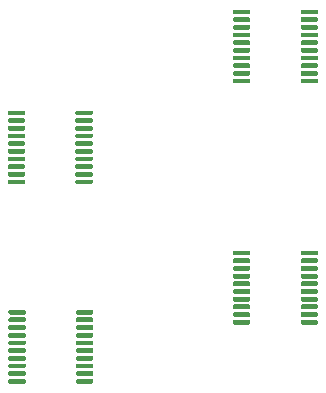
<source format=gtp>
G04 #@! TF.GenerationSoftware,KiCad,Pcbnew,(5.1.8)-1*
G04 #@! TF.CreationDate,2022-03-12T16:36:43-08:00*
G04 #@! TF.ProjectId,MCLZ8_PCB,4d434c5a-385f-4504-9342-2e6b69636164,rev?*
G04 #@! TF.SameCoordinates,Original*
G04 #@! TF.FileFunction,Paste,Top*
G04 #@! TF.FilePolarity,Positive*
%FSLAX46Y46*%
G04 Gerber Fmt 4.6, Leading zero omitted, Abs format (unit mm)*
G04 Created by KiCad (PCBNEW (5.1.8)-1) date 2022-03-12 16:36:43*
%MOMM*%
%LPD*%
G01*
G04 APERTURE LIST*
G04 APERTURE END LIST*
G36*
G01*
X183604880Y-77201280D02*
X183604880Y-77401280D01*
G75*
G02*
X183504880Y-77501280I-100000J0D01*
G01*
X182229880Y-77501280D01*
G75*
G02*
X182129880Y-77401280I0J100000D01*
G01*
X182129880Y-77201280D01*
G75*
G02*
X182229880Y-77101280I100000J0D01*
G01*
X183504880Y-77101280D01*
G75*
G02*
X183604880Y-77201280I0J-100000D01*
G01*
G37*
G36*
G01*
X183604880Y-76551280D02*
X183604880Y-76751280D01*
G75*
G02*
X183504880Y-76851280I-100000J0D01*
G01*
X182229880Y-76851280D01*
G75*
G02*
X182129880Y-76751280I0J100000D01*
G01*
X182129880Y-76551280D01*
G75*
G02*
X182229880Y-76451280I100000J0D01*
G01*
X183504880Y-76451280D01*
G75*
G02*
X183604880Y-76551280I0J-100000D01*
G01*
G37*
G36*
G01*
X183604880Y-75901280D02*
X183604880Y-76101280D01*
G75*
G02*
X183504880Y-76201280I-100000J0D01*
G01*
X182229880Y-76201280D01*
G75*
G02*
X182129880Y-76101280I0J100000D01*
G01*
X182129880Y-75901280D01*
G75*
G02*
X182229880Y-75801280I100000J0D01*
G01*
X183504880Y-75801280D01*
G75*
G02*
X183604880Y-75901280I0J-100000D01*
G01*
G37*
G36*
G01*
X183604880Y-75251280D02*
X183604880Y-75451280D01*
G75*
G02*
X183504880Y-75551280I-100000J0D01*
G01*
X182229880Y-75551280D01*
G75*
G02*
X182129880Y-75451280I0J100000D01*
G01*
X182129880Y-75251280D01*
G75*
G02*
X182229880Y-75151280I100000J0D01*
G01*
X183504880Y-75151280D01*
G75*
G02*
X183604880Y-75251280I0J-100000D01*
G01*
G37*
G36*
G01*
X183604880Y-74601280D02*
X183604880Y-74801280D01*
G75*
G02*
X183504880Y-74901280I-100000J0D01*
G01*
X182229880Y-74901280D01*
G75*
G02*
X182129880Y-74801280I0J100000D01*
G01*
X182129880Y-74601280D01*
G75*
G02*
X182229880Y-74501280I100000J0D01*
G01*
X183504880Y-74501280D01*
G75*
G02*
X183604880Y-74601280I0J-100000D01*
G01*
G37*
G36*
G01*
X183604880Y-73951280D02*
X183604880Y-74151280D01*
G75*
G02*
X183504880Y-74251280I-100000J0D01*
G01*
X182229880Y-74251280D01*
G75*
G02*
X182129880Y-74151280I0J100000D01*
G01*
X182129880Y-73951280D01*
G75*
G02*
X182229880Y-73851280I100000J0D01*
G01*
X183504880Y-73851280D01*
G75*
G02*
X183604880Y-73951280I0J-100000D01*
G01*
G37*
G36*
G01*
X183604880Y-73301280D02*
X183604880Y-73501280D01*
G75*
G02*
X183504880Y-73601280I-100000J0D01*
G01*
X182229880Y-73601280D01*
G75*
G02*
X182129880Y-73501280I0J100000D01*
G01*
X182129880Y-73301280D01*
G75*
G02*
X182229880Y-73201280I100000J0D01*
G01*
X183504880Y-73201280D01*
G75*
G02*
X183604880Y-73301280I0J-100000D01*
G01*
G37*
G36*
G01*
X183604880Y-72651280D02*
X183604880Y-72851280D01*
G75*
G02*
X183504880Y-72951280I-100000J0D01*
G01*
X182229880Y-72951280D01*
G75*
G02*
X182129880Y-72851280I0J100000D01*
G01*
X182129880Y-72651280D01*
G75*
G02*
X182229880Y-72551280I100000J0D01*
G01*
X183504880Y-72551280D01*
G75*
G02*
X183604880Y-72651280I0J-100000D01*
G01*
G37*
G36*
G01*
X183604880Y-72001280D02*
X183604880Y-72201280D01*
G75*
G02*
X183504880Y-72301280I-100000J0D01*
G01*
X182229880Y-72301280D01*
G75*
G02*
X182129880Y-72201280I0J100000D01*
G01*
X182129880Y-72001280D01*
G75*
G02*
X182229880Y-71901280I100000J0D01*
G01*
X183504880Y-71901280D01*
G75*
G02*
X183604880Y-72001280I0J-100000D01*
G01*
G37*
G36*
G01*
X183604880Y-71351280D02*
X183604880Y-71551280D01*
G75*
G02*
X183504880Y-71651280I-100000J0D01*
G01*
X182229880Y-71651280D01*
G75*
G02*
X182129880Y-71551280I0J100000D01*
G01*
X182129880Y-71351280D01*
G75*
G02*
X182229880Y-71251280I100000J0D01*
G01*
X183504880Y-71251280D01*
G75*
G02*
X183604880Y-71351280I0J-100000D01*
G01*
G37*
G36*
G01*
X189329880Y-71351280D02*
X189329880Y-71551280D01*
G75*
G02*
X189229880Y-71651280I-100000J0D01*
G01*
X187954880Y-71651280D01*
G75*
G02*
X187854880Y-71551280I0J100000D01*
G01*
X187854880Y-71351280D01*
G75*
G02*
X187954880Y-71251280I100000J0D01*
G01*
X189229880Y-71251280D01*
G75*
G02*
X189329880Y-71351280I0J-100000D01*
G01*
G37*
G36*
G01*
X189329880Y-72001280D02*
X189329880Y-72201280D01*
G75*
G02*
X189229880Y-72301280I-100000J0D01*
G01*
X187954880Y-72301280D01*
G75*
G02*
X187854880Y-72201280I0J100000D01*
G01*
X187854880Y-72001280D01*
G75*
G02*
X187954880Y-71901280I100000J0D01*
G01*
X189229880Y-71901280D01*
G75*
G02*
X189329880Y-72001280I0J-100000D01*
G01*
G37*
G36*
G01*
X189329880Y-72651280D02*
X189329880Y-72851280D01*
G75*
G02*
X189229880Y-72951280I-100000J0D01*
G01*
X187954880Y-72951280D01*
G75*
G02*
X187854880Y-72851280I0J100000D01*
G01*
X187854880Y-72651280D01*
G75*
G02*
X187954880Y-72551280I100000J0D01*
G01*
X189229880Y-72551280D01*
G75*
G02*
X189329880Y-72651280I0J-100000D01*
G01*
G37*
G36*
G01*
X189329880Y-73301280D02*
X189329880Y-73501280D01*
G75*
G02*
X189229880Y-73601280I-100000J0D01*
G01*
X187954880Y-73601280D01*
G75*
G02*
X187854880Y-73501280I0J100000D01*
G01*
X187854880Y-73301280D01*
G75*
G02*
X187954880Y-73201280I100000J0D01*
G01*
X189229880Y-73201280D01*
G75*
G02*
X189329880Y-73301280I0J-100000D01*
G01*
G37*
G36*
G01*
X189329880Y-73951280D02*
X189329880Y-74151280D01*
G75*
G02*
X189229880Y-74251280I-100000J0D01*
G01*
X187954880Y-74251280D01*
G75*
G02*
X187854880Y-74151280I0J100000D01*
G01*
X187854880Y-73951280D01*
G75*
G02*
X187954880Y-73851280I100000J0D01*
G01*
X189229880Y-73851280D01*
G75*
G02*
X189329880Y-73951280I0J-100000D01*
G01*
G37*
G36*
G01*
X189329880Y-74601280D02*
X189329880Y-74801280D01*
G75*
G02*
X189229880Y-74901280I-100000J0D01*
G01*
X187954880Y-74901280D01*
G75*
G02*
X187854880Y-74801280I0J100000D01*
G01*
X187854880Y-74601280D01*
G75*
G02*
X187954880Y-74501280I100000J0D01*
G01*
X189229880Y-74501280D01*
G75*
G02*
X189329880Y-74601280I0J-100000D01*
G01*
G37*
G36*
G01*
X189329880Y-75251280D02*
X189329880Y-75451280D01*
G75*
G02*
X189229880Y-75551280I-100000J0D01*
G01*
X187954880Y-75551280D01*
G75*
G02*
X187854880Y-75451280I0J100000D01*
G01*
X187854880Y-75251280D01*
G75*
G02*
X187954880Y-75151280I100000J0D01*
G01*
X189229880Y-75151280D01*
G75*
G02*
X189329880Y-75251280I0J-100000D01*
G01*
G37*
G36*
G01*
X189329880Y-75901280D02*
X189329880Y-76101280D01*
G75*
G02*
X189229880Y-76201280I-100000J0D01*
G01*
X187954880Y-76201280D01*
G75*
G02*
X187854880Y-76101280I0J100000D01*
G01*
X187854880Y-75901280D01*
G75*
G02*
X187954880Y-75801280I100000J0D01*
G01*
X189229880Y-75801280D01*
G75*
G02*
X189329880Y-75901280I0J-100000D01*
G01*
G37*
G36*
G01*
X189329880Y-76551280D02*
X189329880Y-76751280D01*
G75*
G02*
X189229880Y-76851280I-100000J0D01*
G01*
X187954880Y-76851280D01*
G75*
G02*
X187854880Y-76751280I0J100000D01*
G01*
X187854880Y-76551280D01*
G75*
G02*
X187954880Y-76451280I100000J0D01*
G01*
X189229880Y-76451280D01*
G75*
G02*
X189329880Y-76551280I0J-100000D01*
G01*
G37*
G36*
G01*
X189329880Y-77201280D02*
X189329880Y-77401280D01*
G75*
G02*
X189229880Y-77501280I-100000J0D01*
G01*
X187954880Y-77501280D01*
G75*
G02*
X187854880Y-77401280I0J100000D01*
G01*
X187854880Y-77201280D01*
G75*
G02*
X187954880Y-77101280I100000J0D01*
G01*
X189229880Y-77101280D01*
G75*
G02*
X189329880Y-77201280I0J-100000D01*
G01*
G37*
G36*
G01*
X183604880Y-97620340D02*
X183604880Y-97820340D01*
G75*
G02*
X183504880Y-97920340I-100000J0D01*
G01*
X182229880Y-97920340D01*
G75*
G02*
X182129880Y-97820340I0J100000D01*
G01*
X182129880Y-97620340D01*
G75*
G02*
X182229880Y-97520340I100000J0D01*
G01*
X183504880Y-97520340D01*
G75*
G02*
X183604880Y-97620340I0J-100000D01*
G01*
G37*
G36*
G01*
X183604880Y-96970340D02*
X183604880Y-97170340D01*
G75*
G02*
X183504880Y-97270340I-100000J0D01*
G01*
X182229880Y-97270340D01*
G75*
G02*
X182129880Y-97170340I0J100000D01*
G01*
X182129880Y-96970340D01*
G75*
G02*
X182229880Y-96870340I100000J0D01*
G01*
X183504880Y-96870340D01*
G75*
G02*
X183604880Y-96970340I0J-100000D01*
G01*
G37*
G36*
G01*
X183604880Y-96320340D02*
X183604880Y-96520340D01*
G75*
G02*
X183504880Y-96620340I-100000J0D01*
G01*
X182229880Y-96620340D01*
G75*
G02*
X182129880Y-96520340I0J100000D01*
G01*
X182129880Y-96320340D01*
G75*
G02*
X182229880Y-96220340I100000J0D01*
G01*
X183504880Y-96220340D01*
G75*
G02*
X183604880Y-96320340I0J-100000D01*
G01*
G37*
G36*
G01*
X183604880Y-95670340D02*
X183604880Y-95870340D01*
G75*
G02*
X183504880Y-95970340I-100000J0D01*
G01*
X182229880Y-95970340D01*
G75*
G02*
X182129880Y-95870340I0J100000D01*
G01*
X182129880Y-95670340D01*
G75*
G02*
X182229880Y-95570340I100000J0D01*
G01*
X183504880Y-95570340D01*
G75*
G02*
X183604880Y-95670340I0J-100000D01*
G01*
G37*
G36*
G01*
X183604880Y-95020340D02*
X183604880Y-95220340D01*
G75*
G02*
X183504880Y-95320340I-100000J0D01*
G01*
X182229880Y-95320340D01*
G75*
G02*
X182129880Y-95220340I0J100000D01*
G01*
X182129880Y-95020340D01*
G75*
G02*
X182229880Y-94920340I100000J0D01*
G01*
X183504880Y-94920340D01*
G75*
G02*
X183604880Y-95020340I0J-100000D01*
G01*
G37*
G36*
G01*
X183604880Y-94370340D02*
X183604880Y-94570340D01*
G75*
G02*
X183504880Y-94670340I-100000J0D01*
G01*
X182229880Y-94670340D01*
G75*
G02*
X182129880Y-94570340I0J100000D01*
G01*
X182129880Y-94370340D01*
G75*
G02*
X182229880Y-94270340I100000J0D01*
G01*
X183504880Y-94270340D01*
G75*
G02*
X183604880Y-94370340I0J-100000D01*
G01*
G37*
G36*
G01*
X183604880Y-93720340D02*
X183604880Y-93920340D01*
G75*
G02*
X183504880Y-94020340I-100000J0D01*
G01*
X182229880Y-94020340D01*
G75*
G02*
X182129880Y-93920340I0J100000D01*
G01*
X182129880Y-93720340D01*
G75*
G02*
X182229880Y-93620340I100000J0D01*
G01*
X183504880Y-93620340D01*
G75*
G02*
X183604880Y-93720340I0J-100000D01*
G01*
G37*
G36*
G01*
X183604880Y-93070340D02*
X183604880Y-93270340D01*
G75*
G02*
X183504880Y-93370340I-100000J0D01*
G01*
X182229880Y-93370340D01*
G75*
G02*
X182129880Y-93270340I0J100000D01*
G01*
X182129880Y-93070340D01*
G75*
G02*
X182229880Y-92970340I100000J0D01*
G01*
X183504880Y-92970340D01*
G75*
G02*
X183604880Y-93070340I0J-100000D01*
G01*
G37*
G36*
G01*
X183604880Y-92420340D02*
X183604880Y-92620340D01*
G75*
G02*
X183504880Y-92720340I-100000J0D01*
G01*
X182229880Y-92720340D01*
G75*
G02*
X182129880Y-92620340I0J100000D01*
G01*
X182129880Y-92420340D01*
G75*
G02*
X182229880Y-92320340I100000J0D01*
G01*
X183504880Y-92320340D01*
G75*
G02*
X183604880Y-92420340I0J-100000D01*
G01*
G37*
G36*
G01*
X183604880Y-91770340D02*
X183604880Y-91970340D01*
G75*
G02*
X183504880Y-92070340I-100000J0D01*
G01*
X182229880Y-92070340D01*
G75*
G02*
X182129880Y-91970340I0J100000D01*
G01*
X182129880Y-91770340D01*
G75*
G02*
X182229880Y-91670340I100000J0D01*
G01*
X183504880Y-91670340D01*
G75*
G02*
X183604880Y-91770340I0J-100000D01*
G01*
G37*
G36*
G01*
X189329880Y-91770340D02*
X189329880Y-91970340D01*
G75*
G02*
X189229880Y-92070340I-100000J0D01*
G01*
X187954880Y-92070340D01*
G75*
G02*
X187854880Y-91970340I0J100000D01*
G01*
X187854880Y-91770340D01*
G75*
G02*
X187954880Y-91670340I100000J0D01*
G01*
X189229880Y-91670340D01*
G75*
G02*
X189329880Y-91770340I0J-100000D01*
G01*
G37*
G36*
G01*
X189329880Y-92420340D02*
X189329880Y-92620340D01*
G75*
G02*
X189229880Y-92720340I-100000J0D01*
G01*
X187954880Y-92720340D01*
G75*
G02*
X187854880Y-92620340I0J100000D01*
G01*
X187854880Y-92420340D01*
G75*
G02*
X187954880Y-92320340I100000J0D01*
G01*
X189229880Y-92320340D01*
G75*
G02*
X189329880Y-92420340I0J-100000D01*
G01*
G37*
G36*
G01*
X189329880Y-93070340D02*
X189329880Y-93270340D01*
G75*
G02*
X189229880Y-93370340I-100000J0D01*
G01*
X187954880Y-93370340D01*
G75*
G02*
X187854880Y-93270340I0J100000D01*
G01*
X187854880Y-93070340D01*
G75*
G02*
X187954880Y-92970340I100000J0D01*
G01*
X189229880Y-92970340D01*
G75*
G02*
X189329880Y-93070340I0J-100000D01*
G01*
G37*
G36*
G01*
X189329880Y-93720340D02*
X189329880Y-93920340D01*
G75*
G02*
X189229880Y-94020340I-100000J0D01*
G01*
X187954880Y-94020340D01*
G75*
G02*
X187854880Y-93920340I0J100000D01*
G01*
X187854880Y-93720340D01*
G75*
G02*
X187954880Y-93620340I100000J0D01*
G01*
X189229880Y-93620340D01*
G75*
G02*
X189329880Y-93720340I0J-100000D01*
G01*
G37*
G36*
G01*
X189329880Y-94370340D02*
X189329880Y-94570340D01*
G75*
G02*
X189229880Y-94670340I-100000J0D01*
G01*
X187954880Y-94670340D01*
G75*
G02*
X187854880Y-94570340I0J100000D01*
G01*
X187854880Y-94370340D01*
G75*
G02*
X187954880Y-94270340I100000J0D01*
G01*
X189229880Y-94270340D01*
G75*
G02*
X189329880Y-94370340I0J-100000D01*
G01*
G37*
G36*
G01*
X189329880Y-95020340D02*
X189329880Y-95220340D01*
G75*
G02*
X189229880Y-95320340I-100000J0D01*
G01*
X187954880Y-95320340D01*
G75*
G02*
X187854880Y-95220340I0J100000D01*
G01*
X187854880Y-95020340D01*
G75*
G02*
X187954880Y-94920340I100000J0D01*
G01*
X189229880Y-94920340D01*
G75*
G02*
X189329880Y-95020340I0J-100000D01*
G01*
G37*
G36*
G01*
X189329880Y-95670340D02*
X189329880Y-95870340D01*
G75*
G02*
X189229880Y-95970340I-100000J0D01*
G01*
X187954880Y-95970340D01*
G75*
G02*
X187854880Y-95870340I0J100000D01*
G01*
X187854880Y-95670340D01*
G75*
G02*
X187954880Y-95570340I100000J0D01*
G01*
X189229880Y-95570340D01*
G75*
G02*
X189329880Y-95670340I0J-100000D01*
G01*
G37*
G36*
G01*
X189329880Y-96320340D02*
X189329880Y-96520340D01*
G75*
G02*
X189229880Y-96620340I-100000J0D01*
G01*
X187954880Y-96620340D01*
G75*
G02*
X187854880Y-96520340I0J100000D01*
G01*
X187854880Y-96320340D01*
G75*
G02*
X187954880Y-96220340I100000J0D01*
G01*
X189229880Y-96220340D01*
G75*
G02*
X189329880Y-96320340I0J-100000D01*
G01*
G37*
G36*
G01*
X189329880Y-96970340D02*
X189329880Y-97170340D01*
G75*
G02*
X189229880Y-97270340I-100000J0D01*
G01*
X187954880Y-97270340D01*
G75*
G02*
X187854880Y-97170340I0J100000D01*
G01*
X187854880Y-96970340D01*
G75*
G02*
X187954880Y-96870340I100000J0D01*
G01*
X189229880Y-96870340D01*
G75*
G02*
X189329880Y-96970340I0J-100000D01*
G01*
G37*
G36*
G01*
X189329880Y-97620340D02*
X189329880Y-97820340D01*
G75*
G02*
X189229880Y-97920340I-100000J0D01*
G01*
X187954880Y-97920340D01*
G75*
G02*
X187854880Y-97820340I0J100000D01*
G01*
X187854880Y-97620340D01*
G75*
G02*
X187954880Y-97520340I100000J0D01*
G01*
X189229880Y-97520340D01*
G75*
G02*
X189329880Y-97620340I0J-100000D01*
G01*
G37*
G36*
G01*
X168845520Y-96971600D02*
X168845520Y-96771600D01*
G75*
G02*
X168945520Y-96671600I100000J0D01*
G01*
X170220520Y-96671600D01*
G75*
G02*
X170320520Y-96771600I0J-100000D01*
G01*
X170320520Y-96971600D01*
G75*
G02*
X170220520Y-97071600I-100000J0D01*
G01*
X168945520Y-97071600D01*
G75*
G02*
X168845520Y-96971600I0J100000D01*
G01*
G37*
G36*
G01*
X168845520Y-97621600D02*
X168845520Y-97421600D01*
G75*
G02*
X168945520Y-97321600I100000J0D01*
G01*
X170220520Y-97321600D01*
G75*
G02*
X170320520Y-97421600I0J-100000D01*
G01*
X170320520Y-97621600D01*
G75*
G02*
X170220520Y-97721600I-100000J0D01*
G01*
X168945520Y-97721600D01*
G75*
G02*
X168845520Y-97621600I0J100000D01*
G01*
G37*
G36*
G01*
X168845520Y-98271600D02*
X168845520Y-98071600D01*
G75*
G02*
X168945520Y-97971600I100000J0D01*
G01*
X170220520Y-97971600D01*
G75*
G02*
X170320520Y-98071600I0J-100000D01*
G01*
X170320520Y-98271600D01*
G75*
G02*
X170220520Y-98371600I-100000J0D01*
G01*
X168945520Y-98371600D01*
G75*
G02*
X168845520Y-98271600I0J100000D01*
G01*
G37*
G36*
G01*
X168845520Y-98921600D02*
X168845520Y-98721600D01*
G75*
G02*
X168945520Y-98621600I100000J0D01*
G01*
X170220520Y-98621600D01*
G75*
G02*
X170320520Y-98721600I0J-100000D01*
G01*
X170320520Y-98921600D01*
G75*
G02*
X170220520Y-99021600I-100000J0D01*
G01*
X168945520Y-99021600D01*
G75*
G02*
X168845520Y-98921600I0J100000D01*
G01*
G37*
G36*
G01*
X168845520Y-99571600D02*
X168845520Y-99371600D01*
G75*
G02*
X168945520Y-99271600I100000J0D01*
G01*
X170220520Y-99271600D01*
G75*
G02*
X170320520Y-99371600I0J-100000D01*
G01*
X170320520Y-99571600D01*
G75*
G02*
X170220520Y-99671600I-100000J0D01*
G01*
X168945520Y-99671600D01*
G75*
G02*
X168845520Y-99571600I0J100000D01*
G01*
G37*
G36*
G01*
X168845520Y-100221600D02*
X168845520Y-100021600D01*
G75*
G02*
X168945520Y-99921600I100000J0D01*
G01*
X170220520Y-99921600D01*
G75*
G02*
X170320520Y-100021600I0J-100000D01*
G01*
X170320520Y-100221600D01*
G75*
G02*
X170220520Y-100321600I-100000J0D01*
G01*
X168945520Y-100321600D01*
G75*
G02*
X168845520Y-100221600I0J100000D01*
G01*
G37*
G36*
G01*
X168845520Y-100871600D02*
X168845520Y-100671600D01*
G75*
G02*
X168945520Y-100571600I100000J0D01*
G01*
X170220520Y-100571600D01*
G75*
G02*
X170320520Y-100671600I0J-100000D01*
G01*
X170320520Y-100871600D01*
G75*
G02*
X170220520Y-100971600I-100000J0D01*
G01*
X168945520Y-100971600D01*
G75*
G02*
X168845520Y-100871600I0J100000D01*
G01*
G37*
G36*
G01*
X168845520Y-101521600D02*
X168845520Y-101321600D01*
G75*
G02*
X168945520Y-101221600I100000J0D01*
G01*
X170220520Y-101221600D01*
G75*
G02*
X170320520Y-101321600I0J-100000D01*
G01*
X170320520Y-101521600D01*
G75*
G02*
X170220520Y-101621600I-100000J0D01*
G01*
X168945520Y-101621600D01*
G75*
G02*
X168845520Y-101521600I0J100000D01*
G01*
G37*
G36*
G01*
X168845520Y-102171600D02*
X168845520Y-101971600D01*
G75*
G02*
X168945520Y-101871600I100000J0D01*
G01*
X170220520Y-101871600D01*
G75*
G02*
X170320520Y-101971600I0J-100000D01*
G01*
X170320520Y-102171600D01*
G75*
G02*
X170220520Y-102271600I-100000J0D01*
G01*
X168945520Y-102271600D01*
G75*
G02*
X168845520Y-102171600I0J100000D01*
G01*
G37*
G36*
G01*
X168845520Y-102821600D02*
X168845520Y-102621600D01*
G75*
G02*
X168945520Y-102521600I100000J0D01*
G01*
X170220520Y-102521600D01*
G75*
G02*
X170320520Y-102621600I0J-100000D01*
G01*
X170320520Y-102821600D01*
G75*
G02*
X170220520Y-102921600I-100000J0D01*
G01*
X168945520Y-102921600D01*
G75*
G02*
X168845520Y-102821600I0J100000D01*
G01*
G37*
G36*
G01*
X163120520Y-102821600D02*
X163120520Y-102621600D01*
G75*
G02*
X163220520Y-102521600I100000J0D01*
G01*
X164495520Y-102521600D01*
G75*
G02*
X164595520Y-102621600I0J-100000D01*
G01*
X164595520Y-102821600D01*
G75*
G02*
X164495520Y-102921600I-100000J0D01*
G01*
X163220520Y-102921600D01*
G75*
G02*
X163120520Y-102821600I0J100000D01*
G01*
G37*
G36*
G01*
X163120520Y-102171600D02*
X163120520Y-101971600D01*
G75*
G02*
X163220520Y-101871600I100000J0D01*
G01*
X164495520Y-101871600D01*
G75*
G02*
X164595520Y-101971600I0J-100000D01*
G01*
X164595520Y-102171600D01*
G75*
G02*
X164495520Y-102271600I-100000J0D01*
G01*
X163220520Y-102271600D01*
G75*
G02*
X163120520Y-102171600I0J100000D01*
G01*
G37*
G36*
G01*
X163120520Y-101521600D02*
X163120520Y-101321600D01*
G75*
G02*
X163220520Y-101221600I100000J0D01*
G01*
X164495520Y-101221600D01*
G75*
G02*
X164595520Y-101321600I0J-100000D01*
G01*
X164595520Y-101521600D01*
G75*
G02*
X164495520Y-101621600I-100000J0D01*
G01*
X163220520Y-101621600D01*
G75*
G02*
X163120520Y-101521600I0J100000D01*
G01*
G37*
G36*
G01*
X163120520Y-100871600D02*
X163120520Y-100671600D01*
G75*
G02*
X163220520Y-100571600I100000J0D01*
G01*
X164495520Y-100571600D01*
G75*
G02*
X164595520Y-100671600I0J-100000D01*
G01*
X164595520Y-100871600D01*
G75*
G02*
X164495520Y-100971600I-100000J0D01*
G01*
X163220520Y-100971600D01*
G75*
G02*
X163120520Y-100871600I0J100000D01*
G01*
G37*
G36*
G01*
X163120520Y-100221600D02*
X163120520Y-100021600D01*
G75*
G02*
X163220520Y-99921600I100000J0D01*
G01*
X164495520Y-99921600D01*
G75*
G02*
X164595520Y-100021600I0J-100000D01*
G01*
X164595520Y-100221600D01*
G75*
G02*
X164495520Y-100321600I-100000J0D01*
G01*
X163220520Y-100321600D01*
G75*
G02*
X163120520Y-100221600I0J100000D01*
G01*
G37*
G36*
G01*
X163120520Y-99571600D02*
X163120520Y-99371600D01*
G75*
G02*
X163220520Y-99271600I100000J0D01*
G01*
X164495520Y-99271600D01*
G75*
G02*
X164595520Y-99371600I0J-100000D01*
G01*
X164595520Y-99571600D01*
G75*
G02*
X164495520Y-99671600I-100000J0D01*
G01*
X163220520Y-99671600D01*
G75*
G02*
X163120520Y-99571600I0J100000D01*
G01*
G37*
G36*
G01*
X163120520Y-98921600D02*
X163120520Y-98721600D01*
G75*
G02*
X163220520Y-98621600I100000J0D01*
G01*
X164495520Y-98621600D01*
G75*
G02*
X164595520Y-98721600I0J-100000D01*
G01*
X164595520Y-98921600D01*
G75*
G02*
X164495520Y-99021600I-100000J0D01*
G01*
X163220520Y-99021600D01*
G75*
G02*
X163120520Y-98921600I0J100000D01*
G01*
G37*
G36*
G01*
X163120520Y-98271600D02*
X163120520Y-98071600D01*
G75*
G02*
X163220520Y-97971600I100000J0D01*
G01*
X164495520Y-97971600D01*
G75*
G02*
X164595520Y-98071600I0J-100000D01*
G01*
X164595520Y-98271600D01*
G75*
G02*
X164495520Y-98371600I-100000J0D01*
G01*
X163220520Y-98371600D01*
G75*
G02*
X163120520Y-98271600I0J100000D01*
G01*
G37*
G36*
G01*
X163120520Y-97621600D02*
X163120520Y-97421600D01*
G75*
G02*
X163220520Y-97321600I100000J0D01*
G01*
X164495520Y-97321600D01*
G75*
G02*
X164595520Y-97421600I0J-100000D01*
G01*
X164595520Y-97621600D01*
G75*
G02*
X164495520Y-97721600I-100000J0D01*
G01*
X163220520Y-97721600D01*
G75*
G02*
X163120520Y-97621600I0J100000D01*
G01*
G37*
G36*
G01*
X163120520Y-96971600D02*
X163120520Y-96771600D01*
G75*
G02*
X163220520Y-96671600I100000J0D01*
G01*
X164495520Y-96671600D01*
G75*
G02*
X164595520Y-96771600I0J-100000D01*
G01*
X164595520Y-96971600D01*
G75*
G02*
X164495520Y-97071600I-100000J0D01*
G01*
X163220520Y-97071600D01*
G75*
G02*
X163120520Y-96971600I0J100000D01*
G01*
G37*
G36*
G01*
X168792180Y-80095840D02*
X168792180Y-79895840D01*
G75*
G02*
X168892180Y-79795840I100000J0D01*
G01*
X170167180Y-79795840D01*
G75*
G02*
X170267180Y-79895840I0J-100000D01*
G01*
X170267180Y-80095840D01*
G75*
G02*
X170167180Y-80195840I-100000J0D01*
G01*
X168892180Y-80195840D01*
G75*
G02*
X168792180Y-80095840I0J100000D01*
G01*
G37*
G36*
G01*
X168792180Y-80745840D02*
X168792180Y-80545840D01*
G75*
G02*
X168892180Y-80445840I100000J0D01*
G01*
X170167180Y-80445840D01*
G75*
G02*
X170267180Y-80545840I0J-100000D01*
G01*
X170267180Y-80745840D01*
G75*
G02*
X170167180Y-80845840I-100000J0D01*
G01*
X168892180Y-80845840D01*
G75*
G02*
X168792180Y-80745840I0J100000D01*
G01*
G37*
G36*
G01*
X168792180Y-81395840D02*
X168792180Y-81195840D01*
G75*
G02*
X168892180Y-81095840I100000J0D01*
G01*
X170167180Y-81095840D01*
G75*
G02*
X170267180Y-81195840I0J-100000D01*
G01*
X170267180Y-81395840D01*
G75*
G02*
X170167180Y-81495840I-100000J0D01*
G01*
X168892180Y-81495840D01*
G75*
G02*
X168792180Y-81395840I0J100000D01*
G01*
G37*
G36*
G01*
X168792180Y-82045840D02*
X168792180Y-81845840D01*
G75*
G02*
X168892180Y-81745840I100000J0D01*
G01*
X170167180Y-81745840D01*
G75*
G02*
X170267180Y-81845840I0J-100000D01*
G01*
X170267180Y-82045840D01*
G75*
G02*
X170167180Y-82145840I-100000J0D01*
G01*
X168892180Y-82145840D01*
G75*
G02*
X168792180Y-82045840I0J100000D01*
G01*
G37*
G36*
G01*
X168792180Y-82695840D02*
X168792180Y-82495840D01*
G75*
G02*
X168892180Y-82395840I100000J0D01*
G01*
X170167180Y-82395840D01*
G75*
G02*
X170267180Y-82495840I0J-100000D01*
G01*
X170267180Y-82695840D01*
G75*
G02*
X170167180Y-82795840I-100000J0D01*
G01*
X168892180Y-82795840D01*
G75*
G02*
X168792180Y-82695840I0J100000D01*
G01*
G37*
G36*
G01*
X168792180Y-83345840D02*
X168792180Y-83145840D01*
G75*
G02*
X168892180Y-83045840I100000J0D01*
G01*
X170167180Y-83045840D01*
G75*
G02*
X170267180Y-83145840I0J-100000D01*
G01*
X170267180Y-83345840D01*
G75*
G02*
X170167180Y-83445840I-100000J0D01*
G01*
X168892180Y-83445840D01*
G75*
G02*
X168792180Y-83345840I0J100000D01*
G01*
G37*
G36*
G01*
X168792180Y-83995840D02*
X168792180Y-83795840D01*
G75*
G02*
X168892180Y-83695840I100000J0D01*
G01*
X170167180Y-83695840D01*
G75*
G02*
X170267180Y-83795840I0J-100000D01*
G01*
X170267180Y-83995840D01*
G75*
G02*
X170167180Y-84095840I-100000J0D01*
G01*
X168892180Y-84095840D01*
G75*
G02*
X168792180Y-83995840I0J100000D01*
G01*
G37*
G36*
G01*
X168792180Y-84645840D02*
X168792180Y-84445840D01*
G75*
G02*
X168892180Y-84345840I100000J0D01*
G01*
X170167180Y-84345840D01*
G75*
G02*
X170267180Y-84445840I0J-100000D01*
G01*
X170267180Y-84645840D01*
G75*
G02*
X170167180Y-84745840I-100000J0D01*
G01*
X168892180Y-84745840D01*
G75*
G02*
X168792180Y-84645840I0J100000D01*
G01*
G37*
G36*
G01*
X168792180Y-85295840D02*
X168792180Y-85095840D01*
G75*
G02*
X168892180Y-84995840I100000J0D01*
G01*
X170167180Y-84995840D01*
G75*
G02*
X170267180Y-85095840I0J-100000D01*
G01*
X170267180Y-85295840D01*
G75*
G02*
X170167180Y-85395840I-100000J0D01*
G01*
X168892180Y-85395840D01*
G75*
G02*
X168792180Y-85295840I0J100000D01*
G01*
G37*
G36*
G01*
X168792180Y-85945840D02*
X168792180Y-85745840D01*
G75*
G02*
X168892180Y-85645840I100000J0D01*
G01*
X170167180Y-85645840D01*
G75*
G02*
X170267180Y-85745840I0J-100000D01*
G01*
X170267180Y-85945840D01*
G75*
G02*
X170167180Y-86045840I-100000J0D01*
G01*
X168892180Y-86045840D01*
G75*
G02*
X168792180Y-85945840I0J100000D01*
G01*
G37*
G36*
G01*
X163067180Y-85945840D02*
X163067180Y-85745840D01*
G75*
G02*
X163167180Y-85645840I100000J0D01*
G01*
X164442180Y-85645840D01*
G75*
G02*
X164542180Y-85745840I0J-100000D01*
G01*
X164542180Y-85945840D01*
G75*
G02*
X164442180Y-86045840I-100000J0D01*
G01*
X163167180Y-86045840D01*
G75*
G02*
X163067180Y-85945840I0J100000D01*
G01*
G37*
G36*
G01*
X163067180Y-85295840D02*
X163067180Y-85095840D01*
G75*
G02*
X163167180Y-84995840I100000J0D01*
G01*
X164442180Y-84995840D01*
G75*
G02*
X164542180Y-85095840I0J-100000D01*
G01*
X164542180Y-85295840D01*
G75*
G02*
X164442180Y-85395840I-100000J0D01*
G01*
X163167180Y-85395840D01*
G75*
G02*
X163067180Y-85295840I0J100000D01*
G01*
G37*
G36*
G01*
X163067180Y-84645840D02*
X163067180Y-84445840D01*
G75*
G02*
X163167180Y-84345840I100000J0D01*
G01*
X164442180Y-84345840D01*
G75*
G02*
X164542180Y-84445840I0J-100000D01*
G01*
X164542180Y-84645840D01*
G75*
G02*
X164442180Y-84745840I-100000J0D01*
G01*
X163167180Y-84745840D01*
G75*
G02*
X163067180Y-84645840I0J100000D01*
G01*
G37*
G36*
G01*
X163067180Y-83995840D02*
X163067180Y-83795840D01*
G75*
G02*
X163167180Y-83695840I100000J0D01*
G01*
X164442180Y-83695840D01*
G75*
G02*
X164542180Y-83795840I0J-100000D01*
G01*
X164542180Y-83995840D01*
G75*
G02*
X164442180Y-84095840I-100000J0D01*
G01*
X163167180Y-84095840D01*
G75*
G02*
X163067180Y-83995840I0J100000D01*
G01*
G37*
G36*
G01*
X163067180Y-83345840D02*
X163067180Y-83145840D01*
G75*
G02*
X163167180Y-83045840I100000J0D01*
G01*
X164442180Y-83045840D01*
G75*
G02*
X164542180Y-83145840I0J-100000D01*
G01*
X164542180Y-83345840D01*
G75*
G02*
X164442180Y-83445840I-100000J0D01*
G01*
X163167180Y-83445840D01*
G75*
G02*
X163067180Y-83345840I0J100000D01*
G01*
G37*
G36*
G01*
X163067180Y-82695840D02*
X163067180Y-82495840D01*
G75*
G02*
X163167180Y-82395840I100000J0D01*
G01*
X164442180Y-82395840D01*
G75*
G02*
X164542180Y-82495840I0J-100000D01*
G01*
X164542180Y-82695840D01*
G75*
G02*
X164442180Y-82795840I-100000J0D01*
G01*
X163167180Y-82795840D01*
G75*
G02*
X163067180Y-82695840I0J100000D01*
G01*
G37*
G36*
G01*
X163067180Y-82045840D02*
X163067180Y-81845840D01*
G75*
G02*
X163167180Y-81745840I100000J0D01*
G01*
X164442180Y-81745840D01*
G75*
G02*
X164542180Y-81845840I0J-100000D01*
G01*
X164542180Y-82045840D01*
G75*
G02*
X164442180Y-82145840I-100000J0D01*
G01*
X163167180Y-82145840D01*
G75*
G02*
X163067180Y-82045840I0J100000D01*
G01*
G37*
G36*
G01*
X163067180Y-81395840D02*
X163067180Y-81195840D01*
G75*
G02*
X163167180Y-81095840I100000J0D01*
G01*
X164442180Y-81095840D01*
G75*
G02*
X164542180Y-81195840I0J-100000D01*
G01*
X164542180Y-81395840D01*
G75*
G02*
X164442180Y-81495840I-100000J0D01*
G01*
X163167180Y-81495840D01*
G75*
G02*
X163067180Y-81395840I0J100000D01*
G01*
G37*
G36*
G01*
X163067180Y-80745840D02*
X163067180Y-80545840D01*
G75*
G02*
X163167180Y-80445840I100000J0D01*
G01*
X164442180Y-80445840D01*
G75*
G02*
X164542180Y-80545840I0J-100000D01*
G01*
X164542180Y-80745840D01*
G75*
G02*
X164442180Y-80845840I-100000J0D01*
G01*
X163167180Y-80845840D01*
G75*
G02*
X163067180Y-80745840I0J100000D01*
G01*
G37*
G36*
G01*
X163067180Y-80095840D02*
X163067180Y-79895840D01*
G75*
G02*
X163167180Y-79795840I100000J0D01*
G01*
X164442180Y-79795840D01*
G75*
G02*
X164542180Y-79895840I0J-100000D01*
G01*
X164542180Y-80095840D01*
G75*
G02*
X164442180Y-80195840I-100000J0D01*
G01*
X163167180Y-80195840D01*
G75*
G02*
X163067180Y-80095840I0J100000D01*
G01*
G37*
M02*

</source>
